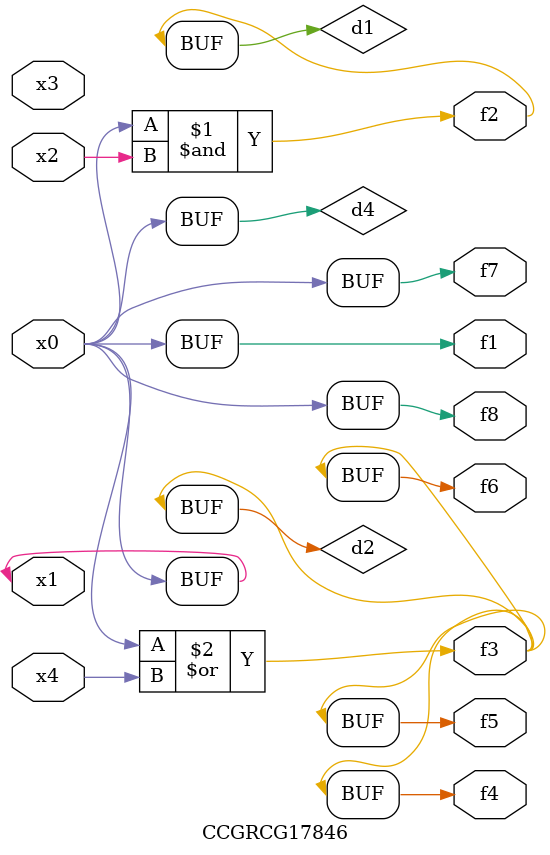
<source format=v>
module CCGRCG17846(
	input x0, x1, x2, x3, x4,
	output f1, f2, f3, f4, f5, f6, f7, f8
);

	wire d1, d2, d3, d4;

	and (d1, x0, x2);
	or (d2, x0, x4);
	nand (d3, x0, x2);
	buf (d4, x0, x1);
	assign f1 = d4;
	assign f2 = d1;
	assign f3 = d2;
	assign f4 = d2;
	assign f5 = d2;
	assign f6 = d2;
	assign f7 = d4;
	assign f8 = d4;
endmodule

</source>
